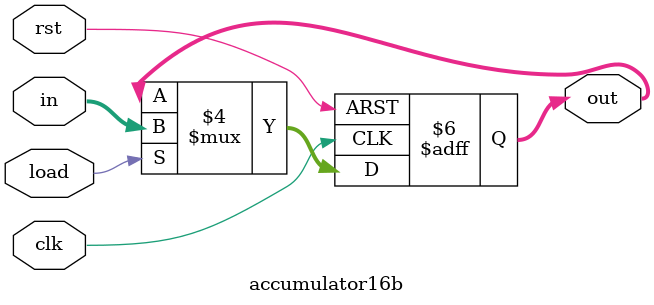
<source format=v>
`timescale 1ns / 1ps
module accumulator16b(out,in,clk,load,rst
    );
	 
	 output reg [15:0] out;
	 input [15:0] in;
	 input load,rst,clk;
	 
	 always@(posedge clk or negedge rst)
	 begin
		if(rst==0)
			out <= 0;
		else if (load==1)
			out <= in;
	 
	 
	 end
endmodule

</source>
